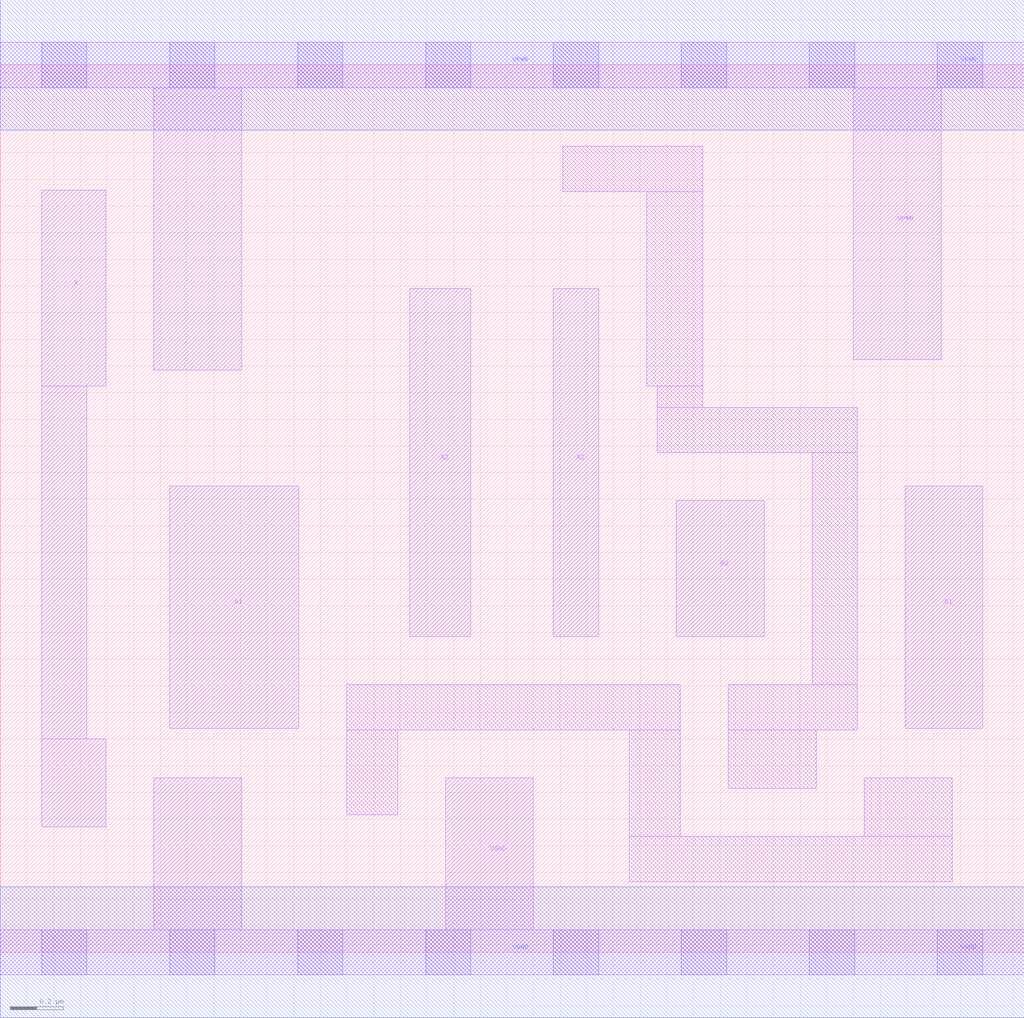
<source format=lef>
# Copyright 2020 The SkyWater PDK Authors
#
# Licensed under the Apache License, Version 2.0 (the "License");
# you may not use this file except in compliance with the License.
# You may obtain a copy of the License at
#
#     https://www.apache.org/licenses/LICENSE-2.0
#
# Unless required by applicable law or agreed to in writing, software
# distributed under the License is distributed on an "AS IS" BASIS,
# WITHOUT WARRANTIES OR CONDITIONS OF ANY KIND, either express or implied.
# See the License for the specific language governing permissions and
# limitations under the License.
#
# SPDX-License-Identifier: Apache-2.0

VERSION 5.7 ;
  NAMESCASESENSITIVE ON ;
  NOWIREEXTENSIONATPIN ON ;
  DIVIDERCHAR "/" ;
  BUSBITCHARS "[]" ;
UNITS
  DATABASE MICRONS 200 ;
END UNITS
MACRO sky130_fd_sc_lp__o32a_m
  CLASS CORE ;
  SOURCE USER ;
  FOREIGN sky130_fd_sc_lp__o32a_m ;
  ORIGIN  0.000000  0.000000 ;
  SIZE  3.840000 BY  3.330000 ;
  SYMMETRY X Y R90 ;
  SITE unit ;
  PIN A1
    ANTENNAGATEAREA  0.126000 ;
    DIRECTION INPUT ;
    USE SIGNAL ;
    PORT
      LAYER li1 ;
        RECT 0.635000 0.840000 1.120000 1.750000 ;
    END
  END A1
  PIN A2
    ANTENNAGATEAREA  0.126000 ;
    DIRECTION INPUT ;
    USE SIGNAL ;
    PORT
      LAYER li1 ;
        RECT 1.535000 1.185000 1.765000 2.490000 ;
    END
  END A2
  PIN A3
    ANTENNAGATEAREA  0.126000 ;
    DIRECTION INPUT ;
    USE SIGNAL ;
    PORT
      LAYER li1 ;
        RECT 2.075000 1.185000 2.245000 2.490000 ;
    END
  END A3
  PIN B1
    ANTENNAGATEAREA  0.126000 ;
    DIRECTION INPUT ;
    USE SIGNAL ;
    PORT
      LAYER li1 ;
        RECT 3.395000 0.840000 3.685000 1.750000 ;
    END
  END B1
  PIN B2
    ANTENNAGATEAREA  0.126000 ;
    DIRECTION INPUT ;
    USE SIGNAL ;
    PORT
      LAYER li1 ;
        RECT 2.535000 1.185000 2.865000 1.695000 ;
    END
  END B2
  PIN X
    ANTENNADIFFAREA  0.222600 ;
    DIRECTION OUTPUT ;
    USE SIGNAL ;
    PORT
      LAYER li1 ;
        RECT 0.155000 0.470000 0.395000 0.800000 ;
        RECT 0.155000 0.800000 0.325000 2.125000 ;
        RECT 0.155000 2.125000 0.395000 2.860000 ;
    END
  END X
  PIN VGND
    DIRECTION INOUT ;
    USE GROUND ;
    PORT
      LAYER li1 ;
        RECT 0.000000 -0.085000 3.840000 0.085000 ;
        RECT 0.575000  0.085000 0.905000 0.655000 ;
        RECT 1.670000  0.085000 2.000000 0.655000 ;
      LAYER mcon ;
        RECT 0.155000 -0.085000 0.325000 0.085000 ;
        RECT 0.635000 -0.085000 0.805000 0.085000 ;
        RECT 1.115000 -0.085000 1.285000 0.085000 ;
        RECT 1.595000 -0.085000 1.765000 0.085000 ;
        RECT 2.075000 -0.085000 2.245000 0.085000 ;
        RECT 2.555000 -0.085000 2.725000 0.085000 ;
        RECT 3.035000 -0.085000 3.205000 0.085000 ;
        RECT 3.515000 -0.085000 3.685000 0.085000 ;
      LAYER met1 ;
        RECT 0.000000 -0.245000 3.840000 0.245000 ;
    END
  END VGND
  PIN VPWR
    DIRECTION INOUT ;
    USE POWER ;
    PORT
      LAYER li1 ;
        RECT 0.000000 3.245000 3.840000 3.415000 ;
        RECT 0.575000 2.185000 0.905000 3.245000 ;
        RECT 3.200000 2.225000 3.530000 3.245000 ;
      LAYER mcon ;
        RECT 0.155000 3.245000 0.325000 3.415000 ;
        RECT 0.635000 3.245000 0.805000 3.415000 ;
        RECT 1.115000 3.245000 1.285000 3.415000 ;
        RECT 1.595000 3.245000 1.765000 3.415000 ;
        RECT 2.075000 3.245000 2.245000 3.415000 ;
        RECT 2.555000 3.245000 2.725000 3.415000 ;
        RECT 3.035000 3.245000 3.205000 3.415000 ;
        RECT 3.515000 3.245000 3.685000 3.415000 ;
      LAYER met1 ;
        RECT 0.000000 3.085000 3.840000 3.575000 ;
    END
  END VPWR
  OBS
    LAYER li1 ;
      RECT 1.300000 0.515000 1.490000 0.835000 ;
      RECT 1.300000 0.835000 2.550000 1.005000 ;
      RECT 2.110000 2.855000 2.635000 3.025000 ;
      RECT 2.360000 0.265000 3.570000 0.435000 ;
      RECT 2.360000 0.435000 2.550000 0.835000 ;
      RECT 2.425000 2.125000 2.635000 2.855000 ;
      RECT 2.465000 1.875000 3.215000 2.045000 ;
      RECT 2.465000 2.045000 2.635000 2.125000 ;
      RECT 2.730000 0.615000 3.060000 0.835000 ;
      RECT 2.730000 0.835000 3.215000 1.005000 ;
      RECT 3.045000 1.005000 3.215000 1.875000 ;
      RECT 3.240000 0.435000 3.570000 0.655000 ;
  END
END sky130_fd_sc_lp__o32a_m

</source>
